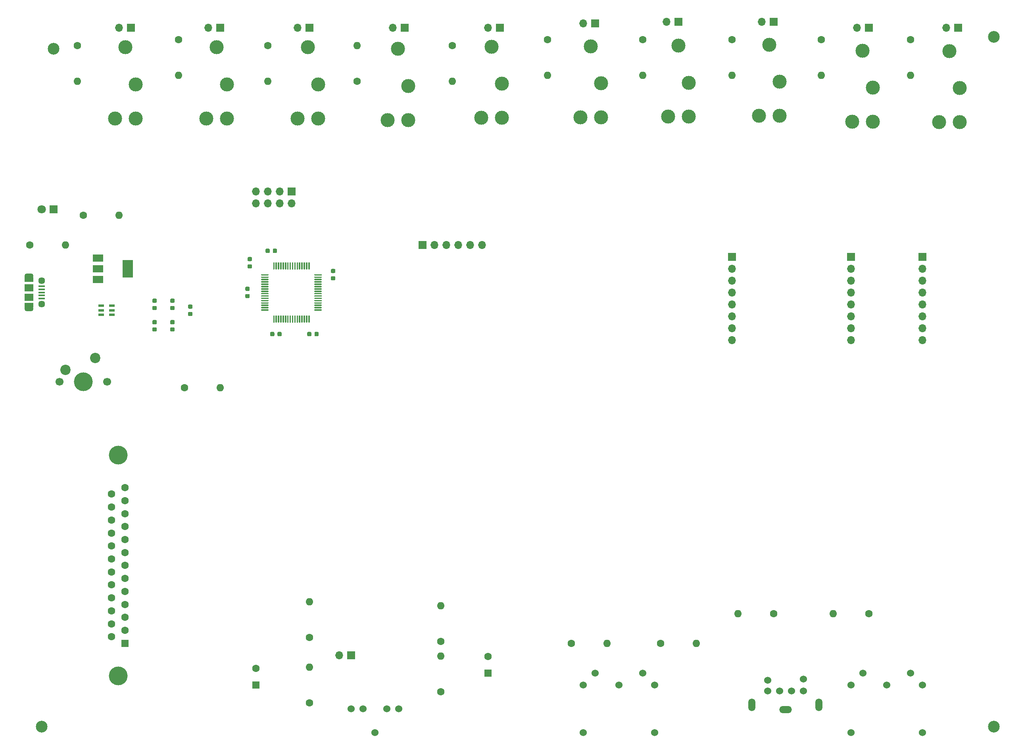
<source format=gts>
%TF.GenerationSoftware,KiCad,Pcbnew,5.1.8-db9833491~87~ubuntu20.04.1*%
%TF.CreationDate,2020-11-28T16:20:25-05:00*%
%TF.ProjectId,DevBoard,44657642-6f61-4726-942e-6b696361645f,V01*%
%TF.SameCoordinates,Original*%
%TF.FileFunction,Soldermask,Top*%
%TF.FilePolarity,Negative*%
%FSLAX46Y46*%
G04 Gerber Fmt 4.6, Leading zero omitted, Abs format (unit mm)*
G04 Created by KiCad (PCBNEW 5.1.8-db9833491~87~ubuntu20.04.1) date 2020-11-28 16:20:25*
%MOMM*%
%LPD*%
G01*
G04 APERTURE LIST*
%ADD10R,1.600000X1.600000*%
%ADD11C,1.600000*%
%ADD12R,1.800000X1.800000*%
%ADD13C,1.800000*%
%ADD14R,1.200000X0.600000*%
%ADD15R,1.700000X1.700000*%
%ADD16O,1.700000X1.700000*%
%ADD17R,0.240000X0.300000*%
%ADD18R,1.900000X1.000000*%
%ADD19O,1.900000X1.100000*%
%ADD20R,1.900000X1.500000*%
%ADD21C,1.450000*%
%ADD22R,1.350000X0.400000*%
%ADD23C,1.524000*%
%ADD24O,1.500000X2.700000*%
%ADD25O,2.700000X1.500000*%
%ADD26C,4.000000*%
%ADD27C,3.000000*%
%ADD28O,1.600000X1.600000*%
%ADD29C,2.200000*%
%ADD30C,1.700000*%
%ADD31R,2.200000X1.500000*%
%ADD32R,2.200000X3.800000*%
%ADD33C,2.500000*%
G04 APERTURE END LIST*
%TO.C,C1*%
G36*
G01*
X61485000Y-72715000D02*
X61985000Y-72715000D01*
G75*
G02*
X62210000Y-72940000I0J-225000D01*
G01*
X62210000Y-73390000D01*
G75*
G02*
X61985000Y-73615000I-225000J0D01*
G01*
X61485000Y-73615000D01*
G75*
G02*
X61260000Y-73390000I0J225000D01*
G01*
X61260000Y-72940000D01*
G75*
G02*
X61485000Y-72715000I225000J0D01*
G01*
G37*
G36*
G01*
X61485000Y-71165000D02*
X61985000Y-71165000D01*
G75*
G02*
X62210000Y-71390000I0J-225000D01*
G01*
X62210000Y-71840000D01*
G75*
G02*
X61985000Y-72065000I-225000J0D01*
G01*
X61485000Y-72065000D01*
G75*
G02*
X61260000Y-71840000I0J225000D01*
G01*
X61260000Y-71390000D01*
G75*
G02*
X61485000Y-71165000I225000J0D01*
G01*
G37*
%TD*%
%TO.C,C2*%
G36*
G01*
X79760000Y-68905000D02*
X80260000Y-68905000D01*
G75*
G02*
X80485000Y-69130000I0J-225000D01*
G01*
X80485000Y-69580000D01*
G75*
G02*
X80260000Y-69805000I-225000J0D01*
G01*
X79760000Y-69805000D01*
G75*
G02*
X79535000Y-69580000I0J225000D01*
G01*
X79535000Y-69130000D01*
G75*
G02*
X79760000Y-68905000I225000J0D01*
G01*
G37*
G36*
G01*
X79760000Y-67355000D02*
X80260000Y-67355000D01*
G75*
G02*
X80485000Y-67580000I0J-225000D01*
G01*
X80485000Y-68030000D01*
G75*
G02*
X80260000Y-68255000I-225000J0D01*
G01*
X79760000Y-68255000D01*
G75*
G02*
X79535000Y-68030000I0J225000D01*
G01*
X79535000Y-67580000D01*
G75*
G02*
X79760000Y-67355000I225000J0D01*
G01*
G37*
%TD*%
%TO.C,C3*%
G36*
G01*
X67480000Y-81030000D02*
X67480000Y-81530000D01*
G75*
G02*
X67255000Y-81755000I-225000J0D01*
G01*
X66805000Y-81755000D01*
G75*
G02*
X66580000Y-81530000I0J225000D01*
G01*
X66580000Y-81030000D01*
G75*
G02*
X66805000Y-80805000I225000J0D01*
G01*
X67255000Y-80805000D01*
G75*
G02*
X67480000Y-81030000I0J-225000D01*
G01*
G37*
G36*
G01*
X69030000Y-81030000D02*
X69030000Y-81530000D01*
G75*
G02*
X68805000Y-81755000I-225000J0D01*
G01*
X68355000Y-81755000D01*
G75*
G02*
X68130000Y-81530000I0J225000D01*
G01*
X68130000Y-81030000D01*
G75*
G02*
X68355000Y-80805000I225000J0D01*
G01*
X68805000Y-80805000D01*
G75*
G02*
X69030000Y-81030000I0J-225000D01*
G01*
G37*
%TD*%
%TO.C,C4*%
G36*
G01*
X65590000Y-63750000D02*
X65590000Y-63250000D01*
G75*
G02*
X65815000Y-63025000I225000J0D01*
G01*
X66265000Y-63025000D01*
G75*
G02*
X66490000Y-63250000I0J-225000D01*
G01*
X66490000Y-63750000D01*
G75*
G02*
X66265000Y-63975000I-225000J0D01*
G01*
X65815000Y-63975000D01*
G75*
G02*
X65590000Y-63750000I0J225000D01*
G01*
G37*
G36*
G01*
X67140000Y-63750000D02*
X67140000Y-63250000D01*
G75*
G02*
X67365000Y-63025000I225000J0D01*
G01*
X67815000Y-63025000D01*
G75*
G02*
X68040000Y-63250000I0J-225000D01*
G01*
X68040000Y-63750000D01*
G75*
G02*
X67815000Y-63975000I-225000J0D01*
G01*
X67365000Y-63975000D01*
G75*
G02*
X67140000Y-63750000I0J225000D01*
G01*
G37*
%TD*%
%TO.C,C5*%
G36*
G01*
X45470000Y-73705000D02*
X45970000Y-73705000D01*
G75*
G02*
X46195000Y-73930000I0J-225000D01*
G01*
X46195000Y-74380000D01*
G75*
G02*
X45970000Y-74605000I-225000J0D01*
G01*
X45470000Y-74605000D01*
G75*
G02*
X45245000Y-74380000I0J225000D01*
G01*
X45245000Y-73930000D01*
G75*
G02*
X45470000Y-73705000I225000J0D01*
G01*
G37*
G36*
G01*
X45470000Y-75255000D02*
X45970000Y-75255000D01*
G75*
G02*
X46195000Y-75480000I0J-225000D01*
G01*
X46195000Y-75930000D01*
G75*
G02*
X45970000Y-76155000I-225000J0D01*
G01*
X45470000Y-76155000D01*
G75*
G02*
X45245000Y-75930000I0J225000D01*
G01*
X45245000Y-75480000D01*
G75*
G02*
X45470000Y-75255000I225000J0D01*
G01*
G37*
%TD*%
%TO.C,C6*%
G36*
G01*
X42160000Y-79190000D02*
X41660000Y-79190000D01*
G75*
G02*
X41435000Y-78965000I0J225000D01*
G01*
X41435000Y-78515000D01*
G75*
G02*
X41660000Y-78290000I225000J0D01*
G01*
X42160000Y-78290000D01*
G75*
G02*
X42385000Y-78515000I0J-225000D01*
G01*
X42385000Y-78965000D01*
G75*
G02*
X42160000Y-79190000I-225000J0D01*
G01*
G37*
G36*
G01*
X42160000Y-80740000D02*
X41660000Y-80740000D01*
G75*
G02*
X41435000Y-80515000I0J225000D01*
G01*
X41435000Y-80065000D01*
G75*
G02*
X41660000Y-79840000I225000J0D01*
G01*
X42160000Y-79840000D01*
G75*
G02*
X42385000Y-80065000I0J-225000D01*
G01*
X42385000Y-80515000D01*
G75*
G02*
X42160000Y-80740000I-225000J0D01*
G01*
G37*
%TD*%
%TO.C,C7*%
G36*
G01*
X76930000Y-81030000D02*
X76930000Y-81530000D01*
G75*
G02*
X76705000Y-81755000I-225000J0D01*
G01*
X76255000Y-81755000D01*
G75*
G02*
X76030000Y-81530000I0J225000D01*
G01*
X76030000Y-81030000D01*
G75*
G02*
X76255000Y-80805000I225000J0D01*
G01*
X76705000Y-80805000D01*
G75*
G02*
X76930000Y-81030000I0J-225000D01*
G01*
G37*
G36*
G01*
X75380000Y-81030000D02*
X75380000Y-81530000D01*
G75*
G02*
X75155000Y-81755000I-225000J0D01*
G01*
X74705000Y-81755000D01*
G75*
G02*
X74480000Y-81530000I0J225000D01*
G01*
X74480000Y-81030000D01*
G75*
G02*
X74705000Y-80805000I225000J0D01*
G01*
X75155000Y-80805000D01*
G75*
G02*
X75380000Y-81030000I0J-225000D01*
G01*
G37*
%TD*%
%TO.C,C8*%
G36*
G01*
X61980000Y-64815000D02*
X62480000Y-64815000D01*
G75*
G02*
X62705000Y-65040000I0J-225000D01*
G01*
X62705000Y-65490000D01*
G75*
G02*
X62480000Y-65715000I-225000J0D01*
G01*
X61980000Y-65715000D01*
G75*
G02*
X61755000Y-65490000I0J225000D01*
G01*
X61755000Y-65040000D01*
G75*
G02*
X61980000Y-64815000I225000J0D01*
G01*
G37*
G36*
G01*
X61980000Y-66365000D02*
X62480000Y-66365000D01*
G75*
G02*
X62705000Y-66590000I0J-225000D01*
G01*
X62705000Y-67040000D01*
G75*
G02*
X62480000Y-67265000I-225000J0D01*
G01*
X61980000Y-67265000D01*
G75*
G02*
X61755000Y-67040000I0J225000D01*
G01*
X61755000Y-66590000D01*
G75*
G02*
X61980000Y-66365000I225000J0D01*
G01*
G37*
%TD*%
%TO.C,C9*%
G36*
G01*
X45970000Y-79190000D02*
X45470000Y-79190000D01*
G75*
G02*
X45245000Y-78965000I0J225000D01*
G01*
X45245000Y-78515000D01*
G75*
G02*
X45470000Y-78290000I225000J0D01*
G01*
X45970000Y-78290000D01*
G75*
G02*
X46195000Y-78515000I0J-225000D01*
G01*
X46195000Y-78965000D01*
G75*
G02*
X45970000Y-79190000I-225000J0D01*
G01*
G37*
G36*
G01*
X45970000Y-80740000D02*
X45470000Y-80740000D01*
G75*
G02*
X45245000Y-80515000I0J225000D01*
G01*
X45245000Y-80065000D01*
G75*
G02*
X45470000Y-79840000I225000J0D01*
G01*
X45970000Y-79840000D01*
G75*
G02*
X46195000Y-80065000I0J-225000D01*
G01*
X46195000Y-80515000D01*
G75*
G02*
X45970000Y-80740000I-225000J0D01*
G01*
G37*
%TD*%
%TO.C,C10*%
G36*
G01*
X41660000Y-73705000D02*
X42160000Y-73705000D01*
G75*
G02*
X42385000Y-73930000I0J-225000D01*
G01*
X42385000Y-74380000D01*
G75*
G02*
X42160000Y-74605000I-225000J0D01*
G01*
X41660000Y-74605000D01*
G75*
G02*
X41435000Y-74380000I0J225000D01*
G01*
X41435000Y-73930000D01*
G75*
G02*
X41660000Y-73705000I225000J0D01*
G01*
G37*
G36*
G01*
X41660000Y-75255000D02*
X42160000Y-75255000D01*
G75*
G02*
X42385000Y-75480000I0J-225000D01*
G01*
X42385000Y-75930000D01*
G75*
G02*
X42160000Y-76155000I-225000J0D01*
G01*
X41660000Y-76155000D01*
G75*
G02*
X41435000Y-75930000I0J225000D01*
G01*
X41435000Y-75480000D01*
G75*
G02*
X41660000Y-75255000I225000J0D01*
G01*
G37*
%TD*%
D10*
%TO.C,C11*%
X113030000Y-153670000D03*
D11*
X113030000Y-150170000D03*
%TD*%
%TO.C,C12*%
X63500000Y-152710000D03*
D10*
X63500000Y-156210000D03*
%TD*%
D12*
%TO.C,D1*%
X20320000Y-54610000D03*
D13*
X17780000Y-54610000D03*
%TD*%
D14*
%TO.C,D2*%
X32780000Y-77150000D03*
X32780000Y-76200000D03*
X32780000Y-75250000D03*
X30480000Y-75250000D03*
X30480000Y-76200000D03*
X30480000Y-77150000D03*
%TD*%
%TO.C,FB1*%
G36*
G01*
X49273750Y-74975000D02*
X49786250Y-74975000D01*
G75*
G02*
X50005000Y-75193750I0J-218750D01*
G01*
X50005000Y-75631250D01*
G75*
G02*
X49786250Y-75850000I-218750J0D01*
G01*
X49273750Y-75850000D01*
G75*
G02*
X49055000Y-75631250I0J218750D01*
G01*
X49055000Y-75193750D01*
G75*
G02*
X49273750Y-74975000I218750J0D01*
G01*
G37*
G36*
G01*
X49273750Y-76550000D02*
X49786250Y-76550000D01*
G75*
G02*
X50005000Y-76768750I0J-218750D01*
G01*
X50005000Y-77206250D01*
G75*
G02*
X49786250Y-77425000I-218750J0D01*
G01*
X49273750Y-77425000D01*
G75*
G02*
X49055000Y-77206250I0J218750D01*
G01*
X49055000Y-76768750D01*
G75*
G02*
X49273750Y-76550000I218750J0D01*
G01*
G37*
%TD*%
D15*
%TO.C,J1*%
X99060000Y-62230000D03*
D16*
X101600000Y-62230000D03*
X104140000Y-62230000D03*
X106680000Y-62230000D03*
X109220000Y-62230000D03*
X111760000Y-62230000D03*
%TD*%
D17*
%TO.C,J2*%
X15910000Y-75720000D03*
X14250000Y-75720000D03*
X14250000Y-69060000D03*
D18*
X15080000Y-75140000D03*
X15080000Y-69640000D03*
D19*
X15080000Y-68890000D03*
D20*
X15080000Y-73390000D03*
D21*
X17780000Y-74890000D03*
X17780000Y-69890000D03*
D22*
X17780000Y-71090000D03*
X17780000Y-71740000D03*
X17780000Y-72390000D03*
X17780000Y-73040000D03*
X17780000Y-73690000D03*
D20*
X15080000Y-71390000D03*
D19*
X15080000Y-75890000D03*
D17*
X15910000Y-69060000D03*
%TD*%
D15*
%TO.C,J3*%
X71120000Y-50800000D03*
D16*
X71120000Y-53340000D03*
X68580000Y-50800000D03*
X68580000Y-53340000D03*
X66040000Y-50800000D03*
X66040000Y-53340000D03*
X63500000Y-50800000D03*
X63500000Y-53340000D03*
%TD*%
D23*
%TO.C,J4*%
X140970000Y-156210000D03*
X135890000Y-153670000D03*
X133350000Y-156210000D03*
X146050000Y-153670000D03*
X148590000Y-156210000D03*
X133350000Y-166370000D03*
X148590000Y-166370000D03*
%TD*%
%TO.C,J5*%
X205740000Y-166370000D03*
X190500000Y-166370000D03*
X205740000Y-156210000D03*
X203200000Y-153670000D03*
X190500000Y-156210000D03*
X193040000Y-153670000D03*
X198120000Y-156210000D03*
%TD*%
%TO.C,J6*%
X180340000Y-154940000D03*
X180340000Y-157480000D03*
X177800000Y-157480000D03*
X172720000Y-157480000D03*
X172720000Y-155194000D03*
X175260000Y-157480000D03*
D24*
X183655000Y-160508000D03*
X169405000Y-160508000D03*
D25*
X176530000Y-161508000D03*
%TD*%
D15*
%TO.C,J7*%
X205740000Y-64770000D03*
D16*
X205740000Y-67310000D03*
X205740000Y-69850000D03*
X205740000Y-72390000D03*
X205740000Y-74930000D03*
X205740000Y-77470000D03*
X205740000Y-80010000D03*
X205740000Y-82550000D03*
%TD*%
%TO.C,J8*%
X190500000Y-82550000D03*
X190500000Y-80010000D03*
X190500000Y-77470000D03*
X190500000Y-74930000D03*
X190500000Y-72390000D03*
X190500000Y-69850000D03*
X190500000Y-67310000D03*
D15*
X190500000Y-64770000D03*
%TD*%
%TO.C,J9*%
X165100000Y-64770000D03*
D16*
X165100000Y-67310000D03*
X165100000Y-69850000D03*
X165100000Y-72390000D03*
X165100000Y-74930000D03*
X165100000Y-77470000D03*
X165100000Y-80010000D03*
X165100000Y-82550000D03*
%TD*%
D10*
%TO.C,J10*%
X35560000Y-147320000D03*
D11*
X35560000Y-144550000D03*
X35560000Y-141780000D03*
X35560000Y-139010000D03*
X35560000Y-136240000D03*
X35560000Y-133470000D03*
X35560000Y-130700000D03*
X35560000Y-127930000D03*
X35560000Y-125160000D03*
X35560000Y-122390000D03*
X35560000Y-119620000D03*
X35560000Y-116850000D03*
X35560000Y-114080000D03*
X32720000Y-145935000D03*
X32720000Y-143165000D03*
X32720000Y-140395000D03*
X32720000Y-137625000D03*
X32720000Y-134855000D03*
X32720000Y-132085000D03*
X32720000Y-129315000D03*
X32720000Y-126545000D03*
X32720000Y-123775000D03*
X32720000Y-121005000D03*
X32720000Y-118235000D03*
X32720000Y-115465000D03*
D26*
X34140000Y-107150000D03*
X34140000Y-154250000D03*
%TD*%
D16*
%TO.C,J11*%
X81280000Y-149860000D03*
D15*
X83820000Y-149860000D03*
%TD*%
D23*
%TO.C,J12*%
X93980000Y-161290000D03*
X91440000Y-161290000D03*
X86360000Y-161290000D03*
X83820000Y-161290000D03*
X88900000Y-166370000D03*
%TD*%
D27*
%TO.C,J13*%
X55150001Y-20045001D03*
X57350001Y-27970001D03*
X57350001Y-35220001D03*
X52950001Y-35220001D03*
%TD*%
D16*
%TO.C,J14*%
X53340000Y-15875000D03*
D15*
X55880000Y-15875000D03*
%TD*%
D27*
%TO.C,J15*%
X211550001Y-20825001D03*
X213750001Y-28750001D03*
X213750001Y-36000001D03*
X209350001Y-36000001D03*
%TD*%
D15*
%TO.C,J16*%
X213360000Y-15875000D03*
D16*
X210820000Y-15875000D03*
%TD*%
D27*
%TO.C,J17*%
X190820001Y-35910001D03*
X195220001Y-35910001D03*
X195220001Y-28660001D03*
X193020001Y-20735001D03*
%TD*%
D15*
%TO.C,J18*%
X194310000Y-15875000D03*
D16*
X191770000Y-15875000D03*
%TD*%
D27*
%TO.C,J19*%
X33500001Y-35220001D03*
X37900001Y-35220001D03*
X37900001Y-27970001D03*
X35700001Y-20045001D03*
%TD*%
D15*
%TO.C,J20*%
X36830000Y-15875000D03*
D16*
X34290000Y-15875000D03*
%TD*%
D27*
%TO.C,J21*%
X151470000Y-34860000D03*
X155870000Y-34860000D03*
X155870000Y-27610000D03*
X153670000Y-19685000D03*
%TD*%
D15*
%TO.C,J22*%
X153670000Y-14605000D03*
D16*
X151130000Y-14605000D03*
%TD*%
D27*
%TO.C,J23*%
X173100001Y-19465001D03*
X175300001Y-27390001D03*
X175300001Y-34640001D03*
X170900001Y-34640001D03*
%TD*%
D15*
%TO.C,J24*%
X173990000Y-14605000D03*
D16*
X171450000Y-14605000D03*
%TD*%
D27*
%TO.C,J25*%
X91640001Y-35550001D03*
X96040001Y-35550001D03*
X96040001Y-28300001D03*
X93840001Y-20375001D03*
%TD*%
D15*
%TO.C,J26*%
X95250000Y-15875000D03*
D16*
X92710000Y-15875000D03*
%TD*%
D27*
%TO.C,J27*%
X74600001Y-20045001D03*
X76800001Y-27970001D03*
X76800001Y-35220001D03*
X72400001Y-35220001D03*
%TD*%
D16*
%TO.C,J28*%
X72390000Y-15875000D03*
D15*
X74930000Y-15875000D03*
%TD*%
D27*
%TO.C,J29*%
X132800001Y-34970001D03*
X137200001Y-34970001D03*
X137200001Y-27720001D03*
X135000001Y-19795001D03*
%TD*%
D16*
%TO.C,J30*%
X133350000Y-14910001D03*
D15*
X135890000Y-14910001D03*
%TD*%
D27*
%TO.C,J31*%
X113810001Y-19885001D03*
X116010001Y-27810001D03*
X116010001Y-35060001D03*
X111610001Y-35060001D03*
%TD*%
D16*
%TO.C,J32*%
X113030000Y-15875000D03*
D15*
X115570000Y-15875000D03*
%TD*%
D11*
%TO.C,R1*%
X48260000Y-92710000D03*
D28*
X55880000Y-92710000D03*
%TD*%
%TO.C,R2*%
X34290000Y-55880000D03*
D11*
X26670000Y-55880000D03*
%TD*%
%TO.C,R3*%
X15240000Y-62230000D03*
D28*
X22860000Y-62230000D03*
%TD*%
D11*
%TO.C,R4*%
X130810000Y-147320000D03*
D28*
X138430000Y-147320000D03*
%TD*%
D11*
%TO.C,R5*%
X149860000Y-147320000D03*
D28*
X157480000Y-147320000D03*
%TD*%
%TO.C,R6*%
X186690000Y-140970000D03*
D11*
X194310000Y-140970000D03*
%TD*%
%TO.C,R7*%
X173990000Y-140970000D03*
D28*
X166370000Y-140970000D03*
%TD*%
%TO.C,R8*%
X103015001Y-139304999D03*
D11*
X103015001Y-146924999D03*
%TD*%
D28*
%TO.C,R9*%
X74930000Y-138430000D03*
D11*
X74930000Y-146050000D03*
%TD*%
%TO.C,R10*%
X103015001Y-157694999D03*
D28*
X103015001Y-150074999D03*
%TD*%
D11*
%TO.C,R11*%
X74930000Y-160020000D03*
D28*
X74930000Y-152400000D03*
%TD*%
%TO.C,R12*%
X46990000Y-26035000D03*
D11*
X46990000Y-18415000D03*
%TD*%
%TO.C,R13*%
X203200000Y-18415000D03*
D28*
X203200000Y-26035000D03*
%TD*%
%TO.C,R14*%
X184150000Y-26035000D03*
D11*
X184150000Y-18415000D03*
%TD*%
%TO.C,R15*%
X25400000Y-19685000D03*
D28*
X25400000Y-27305000D03*
%TD*%
%TO.C,R16*%
X146050000Y-26035000D03*
D11*
X146050000Y-18415000D03*
%TD*%
%TO.C,R17*%
X165100000Y-18415000D03*
D28*
X165100000Y-26035000D03*
%TD*%
%TO.C,R18*%
X85090000Y-19685000D03*
D11*
X85090000Y-27305000D03*
%TD*%
%TO.C,R19*%
X66040000Y-19685000D03*
D28*
X66040000Y-27305000D03*
%TD*%
%TO.C,R20*%
X125730000Y-26035000D03*
D11*
X125730000Y-18415000D03*
%TD*%
D28*
%TO.C,R21*%
X105410000Y-27305000D03*
D11*
X105410000Y-19685000D03*
%TD*%
D29*
%TO.C,SW1*%
X29210000Y-86360000D03*
X22860000Y-88900000D03*
D26*
X26670000Y-91440000D03*
D30*
X21590000Y-91440000D03*
X31750000Y-91440000D03*
%TD*%
%TO.C,U1*%
G36*
G01*
X64670000Y-68715000D02*
X64670000Y-68565000D01*
G75*
G02*
X64745000Y-68490000I75000J0D01*
G01*
X66145000Y-68490000D01*
G75*
G02*
X66220000Y-68565000I0J-75000D01*
G01*
X66220000Y-68715000D01*
G75*
G02*
X66145000Y-68790000I-75000J0D01*
G01*
X64745000Y-68790000D01*
G75*
G02*
X64670000Y-68715000I0J75000D01*
G01*
G37*
G36*
G01*
X64670000Y-69215000D02*
X64670000Y-69065000D01*
G75*
G02*
X64745000Y-68990000I75000J0D01*
G01*
X66145000Y-68990000D01*
G75*
G02*
X66220000Y-69065000I0J-75000D01*
G01*
X66220000Y-69215000D01*
G75*
G02*
X66145000Y-69290000I-75000J0D01*
G01*
X64745000Y-69290000D01*
G75*
G02*
X64670000Y-69215000I0J75000D01*
G01*
G37*
G36*
G01*
X64670000Y-69715000D02*
X64670000Y-69565000D01*
G75*
G02*
X64745000Y-69490000I75000J0D01*
G01*
X66145000Y-69490000D01*
G75*
G02*
X66220000Y-69565000I0J-75000D01*
G01*
X66220000Y-69715000D01*
G75*
G02*
X66145000Y-69790000I-75000J0D01*
G01*
X64745000Y-69790000D01*
G75*
G02*
X64670000Y-69715000I0J75000D01*
G01*
G37*
G36*
G01*
X64670000Y-70215000D02*
X64670000Y-70065000D01*
G75*
G02*
X64745000Y-69990000I75000J0D01*
G01*
X66145000Y-69990000D01*
G75*
G02*
X66220000Y-70065000I0J-75000D01*
G01*
X66220000Y-70215000D01*
G75*
G02*
X66145000Y-70290000I-75000J0D01*
G01*
X64745000Y-70290000D01*
G75*
G02*
X64670000Y-70215000I0J75000D01*
G01*
G37*
G36*
G01*
X64670000Y-70715000D02*
X64670000Y-70565000D01*
G75*
G02*
X64745000Y-70490000I75000J0D01*
G01*
X66145000Y-70490000D01*
G75*
G02*
X66220000Y-70565000I0J-75000D01*
G01*
X66220000Y-70715000D01*
G75*
G02*
X66145000Y-70790000I-75000J0D01*
G01*
X64745000Y-70790000D01*
G75*
G02*
X64670000Y-70715000I0J75000D01*
G01*
G37*
G36*
G01*
X64670000Y-71215000D02*
X64670000Y-71065000D01*
G75*
G02*
X64745000Y-70990000I75000J0D01*
G01*
X66145000Y-70990000D01*
G75*
G02*
X66220000Y-71065000I0J-75000D01*
G01*
X66220000Y-71215000D01*
G75*
G02*
X66145000Y-71290000I-75000J0D01*
G01*
X64745000Y-71290000D01*
G75*
G02*
X64670000Y-71215000I0J75000D01*
G01*
G37*
G36*
G01*
X64670000Y-71715000D02*
X64670000Y-71565000D01*
G75*
G02*
X64745000Y-71490000I75000J0D01*
G01*
X66145000Y-71490000D01*
G75*
G02*
X66220000Y-71565000I0J-75000D01*
G01*
X66220000Y-71715000D01*
G75*
G02*
X66145000Y-71790000I-75000J0D01*
G01*
X64745000Y-71790000D01*
G75*
G02*
X64670000Y-71715000I0J75000D01*
G01*
G37*
G36*
G01*
X64670000Y-72215000D02*
X64670000Y-72065000D01*
G75*
G02*
X64745000Y-71990000I75000J0D01*
G01*
X66145000Y-71990000D01*
G75*
G02*
X66220000Y-72065000I0J-75000D01*
G01*
X66220000Y-72215000D01*
G75*
G02*
X66145000Y-72290000I-75000J0D01*
G01*
X64745000Y-72290000D01*
G75*
G02*
X64670000Y-72215000I0J75000D01*
G01*
G37*
G36*
G01*
X64670000Y-72715000D02*
X64670000Y-72565000D01*
G75*
G02*
X64745000Y-72490000I75000J0D01*
G01*
X66145000Y-72490000D01*
G75*
G02*
X66220000Y-72565000I0J-75000D01*
G01*
X66220000Y-72715000D01*
G75*
G02*
X66145000Y-72790000I-75000J0D01*
G01*
X64745000Y-72790000D01*
G75*
G02*
X64670000Y-72715000I0J75000D01*
G01*
G37*
G36*
G01*
X64670000Y-73215000D02*
X64670000Y-73065000D01*
G75*
G02*
X64745000Y-72990000I75000J0D01*
G01*
X66145000Y-72990000D01*
G75*
G02*
X66220000Y-73065000I0J-75000D01*
G01*
X66220000Y-73215000D01*
G75*
G02*
X66145000Y-73290000I-75000J0D01*
G01*
X64745000Y-73290000D01*
G75*
G02*
X64670000Y-73215000I0J75000D01*
G01*
G37*
G36*
G01*
X64670000Y-73715000D02*
X64670000Y-73565000D01*
G75*
G02*
X64745000Y-73490000I75000J0D01*
G01*
X66145000Y-73490000D01*
G75*
G02*
X66220000Y-73565000I0J-75000D01*
G01*
X66220000Y-73715000D01*
G75*
G02*
X66145000Y-73790000I-75000J0D01*
G01*
X64745000Y-73790000D01*
G75*
G02*
X64670000Y-73715000I0J75000D01*
G01*
G37*
G36*
G01*
X64670000Y-74215000D02*
X64670000Y-74065000D01*
G75*
G02*
X64745000Y-73990000I75000J0D01*
G01*
X66145000Y-73990000D01*
G75*
G02*
X66220000Y-74065000I0J-75000D01*
G01*
X66220000Y-74215000D01*
G75*
G02*
X66145000Y-74290000I-75000J0D01*
G01*
X64745000Y-74290000D01*
G75*
G02*
X64670000Y-74215000I0J75000D01*
G01*
G37*
G36*
G01*
X64670000Y-74715000D02*
X64670000Y-74565000D01*
G75*
G02*
X64745000Y-74490000I75000J0D01*
G01*
X66145000Y-74490000D01*
G75*
G02*
X66220000Y-74565000I0J-75000D01*
G01*
X66220000Y-74715000D01*
G75*
G02*
X66145000Y-74790000I-75000J0D01*
G01*
X64745000Y-74790000D01*
G75*
G02*
X64670000Y-74715000I0J75000D01*
G01*
G37*
G36*
G01*
X64670000Y-75215000D02*
X64670000Y-75065000D01*
G75*
G02*
X64745000Y-74990000I75000J0D01*
G01*
X66145000Y-74990000D01*
G75*
G02*
X66220000Y-75065000I0J-75000D01*
G01*
X66220000Y-75215000D01*
G75*
G02*
X66145000Y-75290000I-75000J0D01*
G01*
X64745000Y-75290000D01*
G75*
G02*
X64670000Y-75215000I0J75000D01*
G01*
G37*
G36*
G01*
X64670000Y-75715000D02*
X64670000Y-75565000D01*
G75*
G02*
X64745000Y-75490000I75000J0D01*
G01*
X66145000Y-75490000D01*
G75*
G02*
X66220000Y-75565000I0J-75000D01*
G01*
X66220000Y-75715000D01*
G75*
G02*
X66145000Y-75790000I-75000J0D01*
G01*
X64745000Y-75790000D01*
G75*
G02*
X64670000Y-75715000I0J75000D01*
G01*
G37*
G36*
G01*
X64670000Y-76215000D02*
X64670000Y-76065000D01*
G75*
G02*
X64745000Y-75990000I75000J0D01*
G01*
X66145000Y-75990000D01*
G75*
G02*
X66220000Y-76065000I0J-75000D01*
G01*
X66220000Y-76215000D01*
G75*
G02*
X66145000Y-76290000I-75000J0D01*
G01*
X64745000Y-76290000D01*
G75*
G02*
X64670000Y-76215000I0J75000D01*
G01*
G37*
G36*
G01*
X67220000Y-78765000D02*
X67220000Y-77365000D01*
G75*
G02*
X67295000Y-77290000I75000J0D01*
G01*
X67445000Y-77290000D01*
G75*
G02*
X67520000Y-77365000I0J-75000D01*
G01*
X67520000Y-78765000D01*
G75*
G02*
X67445000Y-78840000I-75000J0D01*
G01*
X67295000Y-78840000D01*
G75*
G02*
X67220000Y-78765000I0J75000D01*
G01*
G37*
G36*
G01*
X67720000Y-78765000D02*
X67720000Y-77365000D01*
G75*
G02*
X67795000Y-77290000I75000J0D01*
G01*
X67945000Y-77290000D01*
G75*
G02*
X68020000Y-77365000I0J-75000D01*
G01*
X68020000Y-78765000D01*
G75*
G02*
X67945000Y-78840000I-75000J0D01*
G01*
X67795000Y-78840000D01*
G75*
G02*
X67720000Y-78765000I0J75000D01*
G01*
G37*
G36*
G01*
X68220000Y-78765000D02*
X68220000Y-77365000D01*
G75*
G02*
X68295000Y-77290000I75000J0D01*
G01*
X68445000Y-77290000D01*
G75*
G02*
X68520000Y-77365000I0J-75000D01*
G01*
X68520000Y-78765000D01*
G75*
G02*
X68445000Y-78840000I-75000J0D01*
G01*
X68295000Y-78840000D01*
G75*
G02*
X68220000Y-78765000I0J75000D01*
G01*
G37*
G36*
G01*
X68720000Y-78765000D02*
X68720000Y-77365000D01*
G75*
G02*
X68795000Y-77290000I75000J0D01*
G01*
X68945000Y-77290000D01*
G75*
G02*
X69020000Y-77365000I0J-75000D01*
G01*
X69020000Y-78765000D01*
G75*
G02*
X68945000Y-78840000I-75000J0D01*
G01*
X68795000Y-78840000D01*
G75*
G02*
X68720000Y-78765000I0J75000D01*
G01*
G37*
G36*
G01*
X69220000Y-78765000D02*
X69220000Y-77365000D01*
G75*
G02*
X69295000Y-77290000I75000J0D01*
G01*
X69445000Y-77290000D01*
G75*
G02*
X69520000Y-77365000I0J-75000D01*
G01*
X69520000Y-78765000D01*
G75*
G02*
X69445000Y-78840000I-75000J0D01*
G01*
X69295000Y-78840000D01*
G75*
G02*
X69220000Y-78765000I0J75000D01*
G01*
G37*
G36*
G01*
X69720000Y-78765000D02*
X69720000Y-77365000D01*
G75*
G02*
X69795000Y-77290000I75000J0D01*
G01*
X69945000Y-77290000D01*
G75*
G02*
X70020000Y-77365000I0J-75000D01*
G01*
X70020000Y-78765000D01*
G75*
G02*
X69945000Y-78840000I-75000J0D01*
G01*
X69795000Y-78840000D01*
G75*
G02*
X69720000Y-78765000I0J75000D01*
G01*
G37*
G36*
G01*
X70220000Y-78765000D02*
X70220000Y-77365000D01*
G75*
G02*
X70295000Y-77290000I75000J0D01*
G01*
X70445000Y-77290000D01*
G75*
G02*
X70520000Y-77365000I0J-75000D01*
G01*
X70520000Y-78765000D01*
G75*
G02*
X70445000Y-78840000I-75000J0D01*
G01*
X70295000Y-78840000D01*
G75*
G02*
X70220000Y-78765000I0J75000D01*
G01*
G37*
G36*
G01*
X70720000Y-78765000D02*
X70720000Y-77365000D01*
G75*
G02*
X70795000Y-77290000I75000J0D01*
G01*
X70945000Y-77290000D01*
G75*
G02*
X71020000Y-77365000I0J-75000D01*
G01*
X71020000Y-78765000D01*
G75*
G02*
X70945000Y-78840000I-75000J0D01*
G01*
X70795000Y-78840000D01*
G75*
G02*
X70720000Y-78765000I0J75000D01*
G01*
G37*
G36*
G01*
X71220000Y-78765000D02*
X71220000Y-77365000D01*
G75*
G02*
X71295000Y-77290000I75000J0D01*
G01*
X71445000Y-77290000D01*
G75*
G02*
X71520000Y-77365000I0J-75000D01*
G01*
X71520000Y-78765000D01*
G75*
G02*
X71445000Y-78840000I-75000J0D01*
G01*
X71295000Y-78840000D01*
G75*
G02*
X71220000Y-78765000I0J75000D01*
G01*
G37*
G36*
G01*
X71720000Y-78765000D02*
X71720000Y-77365000D01*
G75*
G02*
X71795000Y-77290000I75000J0D01*
G01*
X71945000Y-77290000D01*
G75*
G02*
X72020000Y-77365000I0J-75000D01*
G01*
X72020000Y-78765000D01*
G75*
G02*
X71945000Y-78840000I-75000J0D01*
G01*
X71795000Y-78840000D01*
G75*
G02*
X71720000Y-78765000I0J75000D01*
G01*
G37*
G36*
G01*
X72220000Y-78765000D02*
X72220000Y-77365000D01*
G75*
G02*
X72295000Y-77290000I75000J0D01*
G01*
X72445000Y-77290000D01*
G75*
G02*
X72520000Y-77365000I0J-75000D01*
G01*
X72520000Y-78765000D01*
G75*
G02*
X72445000Y-78840000I-75000J0D01*
G01*
X72295000Y-78840000D01*
G75*
G02*
X72220000Y-78765000I0J75000D01*
G01*
G37*
G36*
G01*
X72720000Y-78765000D02*
X72720000Y-77365000D01*
G75*
G02*
X72795000Y-77290000I75000J0D01*
G01*
X72945000Y-77290000D01*
G75*
G02*
X73020000Y-77365000I0J-75000D01*
G01*
X73020000Y-78765000D01*
G75*
G02*
X72945000Y-78840000I-75000J0D01*
G01*
X72795000Y-78840000D01*
G75*
G02*
X72720000Y-78765000I0J75000D01*
G01*
G37*
G36*
G01*
X73220000Y-78765000D02*
X73220000Y-77365000D01*
G75*
G02*
X73295000Y-77290000I75000J0D01*
G01*
X73445000Y-77290000D01*
G75*
G02*
X73520000Y-77365000I0J-75000D01*
G01*
X73520000Y-78765000D01*
G75*
G02*
X73445000Y-78840000I-75000J0D01*
G01*
X73295000Y-78840000D01*
G75*
G02*
X73220000Y-78765000I0J75000D01*
G01*
G37*
G36*
G01*
X73720000Y-78765000D02*
X73720000Y-77365000D01*
G75*
G02*
X73795000Y-77290000I75000J0D01*
G01*
X73945000Y-77290000D01*
G75*
G02*
X74020000Y-77365000I0J-75000D01*
G01*
X74020000Y-78765000D01*
G75*
G02*
X73945000Y-78840000I-75000J0D01*
G01*
X73795000Y-78840000D01*
G75*
G02*
X73720000Y-78765000I0J75000D01*
G01*
G37*
G36*
G01*
X74220000Y-78765000D02*
X74220000Y-77365000D01*
G75*
G02*
X74295000Y-77290000I75000J0D01*
G01*
X74445000Y-77290000D01*
G75*
G02*
X74520000Y-77365000I0J-75000D01*
G01*
X74520000Y-78765000D01*
G75*
G02*
X74445000Y-78840000I-75000J0D01*
G01*
X74295000Y-78840000D01*
G75*
G02*
X74220000Y-78765000I0J75000D01*
G01*
G37*
G36*
G01*
X74720000Y-78765000D02*
X74720000Y-77365000D01*
G75*
G02*
X74795000Y-77290000I75000J0D01*
G01*
X74945000Y-77290000D01*
G75*
G02*
X75020000Y-77365000I0J-75000D01*
G01*
X75020000Y-78765000D01*
G75*
G02*
X74945000Y-78840000I-75000J0D01*
G01*
X74795000Y-78840000D01*
G75*
G02*
X74720000Y-78765000I0J75000D01*
G01*
G37*
G36*
G01*
X76020000Y-76215000D02*
X76020000Y-76065000D01*
G75*
G02*
X76095000Y-75990000I75000J0D01*
G01*
X77495000Y-75990000D01*
G75*
G02*
X77570000Y-76065000I0J-75000D01*
G01*
X77570000Y-76215000D01*
G75*
G02*
X77495000Y-76290000I-75000J0D01*
G01*
X76095000Y-76290000D01*
G75*
G02*
X76020000Y-76215000I0J75000D01*
G01*
G37*
G36*
G01*
X76020000Y-75715000D02*
X76020000Y-75565000D01*
G75*
G02*
X76095000Y-75490000I75000J0D01*
G01*
X77495000Y-75490000D01*
G75*
G02*
X77570000Y-75565000I0J-75000D01*
G01*
X77570000Y-75715000D01*
G75*
G02*
X77495000Y-75790000I-75000J0D01*
G01*
X76095000Y-75790000D01*
G75*
G02*
X76020000Y-75715000I0J75000D01*
G01*
G37*
G36*
G01*
X76020000Y-75215000D02*
X76020000Y-75065000D01*
G75*
G02*
X76095000Y-74990000I75000J0D01*
G01*
X77495000Y-74990000D01*
G75*
G02*
X77570000Y-75065000I0J-75000D01*
G01*
X77570000Y-75215000D01*
G75*
G02*
X77495000Y-75290000I-75000J0D01*
G01*
X76095000Y-75290000D01*
G75*
G02*
X76020000Y-75215000I0J75000D01*
G01*
G37*
G36*
G01*
X76020000Y-74715000D02*
X76020000Y-74565000D01*
G75*
G02*
X76095000Y-74490000I75000J0D01*
G01*
X77495000Y-74490000D01*
G75*
G02*
X77570000Y-74565000I0J-75000D01*
G01*
X77570000Y-74715000D01*
G75*
G02*
X77495000Y-74790000I-75000J0D01*
G01*
X76095000Y-74790000D01*
G75*
G02*
X76020000Y-74715000I0J75000D01*
G01*
G37*
G36*
G01*
X76020000Y-74215000D02*
X76020000Y-74065000D01*
G75*
G02*
X76095000Y-73990000I75000J0D01*
G01*
X77495000Y-73990000D01*
G75*
G02*
X77570000Y-74065000I0J-75000D01*
G01*
X77570000Y-74215000D01*
G75*
G02*
X77495000Y-74290000I-75000J0D01*
G01*
X76095000Y-74290000D01*
G75*
G02*
X76020000Y-74215000I0J75000D01*
G01*
G37*
G36*
G01*
X76020000Y-73715000D02*
X76020000Y-73565000D01*
G75*
G02*
X76095000Y-73490000I75000J0D01*
G01*
X77495000Y-73490000D01*
G75*
G02*
X77570000Y-73565000I0J-75000D01*
G01*
X77570000Y-73715000D01*
G75*
G02*
X77495000Y-73790000I-75000J0D01*
G01*
X76095000Y-73790000D01*
G75*
G02*
X76020000Y-73715000I0J75000D01*
G01*
G37*
G36*
G01*
X76020000Y-73215000D02*
X76020000Y-73065000D01*
G75*
G02*
X76095000Y-72990000I75000J0D01*
G01*
X77495000Y-72990000D01*
G75*
G02*
X77570000Y-73065000I0J-75000D01*
G01*
X77570000Y-73215000D01*
G75*
G02*
X77495000Y-73290000I-75000J0D01*
G01*
X76095000Y-73290000D01*
G75*
G02*
X76020000Y-73215000I0J75000D01*
G01*
G37*
G36*
G01*
X76020000Y-72715000D02*
X76020000Y-72565000D01*
G75*
G02*
X76095000Y-72490000I75000J0D01*
G01*
X77495000Y-72490000D01*
G75*
G02*
X77570000Y-72565000I0J-75000D01*
G01*
X77570000Y-72715000D01*
G75*
G02*
X77495000Y-72790000I-75000J0D01*
G01*
X76095000Y-72790000D01*
G75*
G02*
X76020000Y-72715000I0J75000D01*
G01*
G37*
G36*
G01*
X76020000Y-72215000D02*
X76020000Y-72065000D01*
G75*
G02*
X76095000Y-71990000I75000J0D01*
G01*
X77495000Y-71990000D01*
G75*
G02*
X77570000Y-72065000I0J-75000D01*
G01*
X77570000Y-72215000D01*
G75*
G02*
X77495000Y-72290000I-75000J0D01*
G01*
X76095000Y-72290000D01*
G75*
G02*
X76020000Y-72215000I0J75000D01*
G01*
G37*
G36*
G01*
X76020000Y-71715000D02*
X76020000Y-71565000D01*
G75*
G02*
X76095000Y-71490000I75000J0D01*
G01*
X77495000Y-71490000D01*
G75*
G02*
X77570000Y-71565000I0J-75000D01*
G01*
X77570000Y-71715000D01*
G75*
G02*
X77495000Y-71790000I-75000J0D01*
G01*
X76095000Y-71790000D01*
G75*
G02*
X76020000Y-71715000I0J75000D01*
G01*
G37*
G36*
G01*
X76020000Y-71215000D02*
X76020000Y-71065000D01*
G75*
G02*
X76095000Y-70990000I75000J0D01*
G01*
X77495000Y-70990000D01*
G75*
G02*
X77570000Y-71065000I0J-75000D01*
G01*
X77570000Y-71215000D01*
G75*
G02*
X77495000Y-71290000I-75000J0D01*
G01*
X76095000Y-71290000D01*
G75*
G02*
X76020000Y-71215000I0J75000D01*
G01*
G37*
G36*
G01*
X76020000Y-70715000D02*
X76020000Y-70565000D01*
G75*
G02*
X76095000Y-70490000I75000J0D01*
G01*
X77495000Y-70490000D01*
G75*
G02*
X77570000Y-70565000I0J-75000D01*
G01*
X77570000Y-70715000D01*
G75*
G02*
X77495000Y-70790000I-75000J0D01*
G01*
X76095000Y-70790000D01*
G75*
G02*
X76020000Y-70715000I0J75000D01*
G01*
G37*
G36*
G01*
X76020000Y-70215000D02*
X76020000Y-70065000D01*
G75*
G02*
X76095000Y-69990000I75000J0D01*
G01*
X77495000Y-69990000D01*
G75*
G02*
X77570000Y-70065000I0J-75000D01*
G01*
X77570000Y-70215000D01*
G75*
G02*
X77495000Y-70290000I-75000J0D01*
G01*
X76095000Y-70290000D01*
G75*
G02*
X76020000Y-70215000I0J75000D01*
G01*
G37*
G36*
G01*
X76020000Y-69715000D02*
X76020000Y-69565000D01*
G75*
G02*
X76095000Y-69490000I75000J0D01*
G01*
X77495000Y-69490000D01*
G75*
G02*
X77570000Y-69565000I0J-75000D01*
G01*
X77570000Y-69715000D01*
G75*
G02*
X77495000Y-69790000I-75000J0D01*
G01*
X76095000Y-69790000D01*
G75*
G02*
X76020000Y-69715000I0J75000D01*
G01*
G37*
G36*
G01*
X76020000Y-69215000D02*
X76020000Y-69065000D01*
G75*
G02*
X76095000Y-68990000I75000J0D01*
G01*
X77495000Y-68990000D01*
G75*
G02*
X77570000Y-69065000I0J-75000D01*
G01*
X77570000Y-69215000D01*
G75*
G02*
X77495000Y-69290000I-75000J0D01*
G01*
X76095000Y-69290000D01*
G75*
G02*
X76020000Y-69215000I0J75000D01*
G01*
G37*
G36*
G01*
X76020000Y-68715000D02*
X76020000Y-68565000D01*
G75*
G02*
X76095000Y-68490000I75000J0D01*
G01*
X77495000Y-68490000D01*
G75*
G02*
X77570000Y-68565000I0J-75000D01*
G01*
X77570000Y-68715000D01*
G75*
G02*
X77495000Y-68790000I-75000J0D01*
G01*
X76095000Y-68790000D01*
G75*
G02*
X76020000Y-68715000I0J75000D01*
G01*
G37*
G36*
G01*
X74720000Y-67415000D02*
X74720000Y-66015000D01*
G75*
G02*
X74795000Y-65940000I75000J0D01*
G01*
X74945000Y-65940000D01*
G75*
G02*
X75020000Y-66015000I0J-75000D01*
G01*
X75020000Y-67415000D01*
G75*
G02*
X74945000Y-67490000I-75000J0D01*
G01*
X74795000Y-67490000D01*
G75*
G02*
X74720000Y-67415000I0J75000D01*
G01*
G37*
G36*
G01*
X74220000Y-67415000D02*
X74220000Y-66015000D01*
G75*
G02*
X74295000Y-65940000I75000J0D01*
G01*
X74445000Y-65940000D01*
G75*
G02*
X74520000Y-66015000I0J-75000D01*
G01*
X74520000Y-67415000D01*
G75*
G02*
X74445000Y-67490000I-75000J0D01*
G01*
X74295000Y-67490000D01*
G75*
G02*
X74220000Y-67415000I0J75000D01*
G01*
G37*
G36*
G01*
X73720000Y-67415000D02*
X73720000Y-66015000D01*
G75*
G02*
X73795000Y-65940000I75000J0D01*
G01*
X73945000Y-65940000D01*
G75*
G02*
X74020000Y-66015000I0J-75000D01*
G01*
X74020000Y-67415000D01*
G75*
G02*
X73945000Y-67490000I-75000J0D01*
G01*
X73795000Y-67490000D01*
G75*
G02*
X73720000Y-67415000I0J75000D01*
G01*
G37*
G36*
G01*
X73220000Y-67415000D02*
X73220000Y-66015000D01*
G75*
G02*
X73295000Y-65940000I75000J0D01*
G01*
X73445000Y-65940000D01*
G75*
G02*
X73520000Y-66015000I0J-75000D01*
G01*
X73520000Y-67415000D01*
G75*
G02*
X73445000Y-67490000I-75000J0D01*
G01*
X73295000Y-67490000D01*
G75*
G02*
X73220000Y-67415000I0J75000D01*
G01*
G37*
G36*
G01*
X72720000Y-67415000D02*
X72720000Y-66015000D01*
G75*
G02*
X72795000Y-65940000I75000J0D01*
G01*
X72945000Y-65940000D01*
G75*
G02*
X73020000Y-66015000I0J-75000D01*
G01*
X73020000Y-67415000D01*
G75*
G02*
X72945000Y-67490000I-75000J0D01*
G01*
X72795000Y-67490000D01*
G75*
G02*
X72720000Y-67415000I0J75000D01*
G01*
G37*
G36*
G01*
X72220000Y-67415000D02*
X72220000Y-66015000D01*
G75*
G02*
X72295000Y-65940000I75000J0D01*
G01*
X72445000Y-65940000D01*
G75*
G02*
X72520000Y-66015000I0J-75000D01*
G01*
X72520000Y-67415000D01*
G75*
G02*
X72445000Y-67490000I-75000J0D01*
G01*
X72295000Y-67490000D01*
G75*
G02*
X72220000Y-67415000I0J75000D01*
G01*
G37*
G36*
G01*
X71720000Y-67415000D02*
X71720000Y-66015000D01*
G75*
G02*
X71795000Y-65940000I75000J0D01*
G01*
X71945000Y-65940000D01*
G75*
G02*
X72020000Y-66015000I0J-75000D01*
G01*
X72020000Y-67415000D01*
G75*
G02*
X71945000Y-67490000I-75000J0D01*
G01*
X71795000Y-67490000D01*
G75*
G02*
X71720000Y-67415000I0J75000D01*
G01*
G37*
G36*
G01*
X71220000Y-67415000D02*
X71220000Y-66015000D01*
G75*
G02*
X71295000Y-65940000I75000J0D01*
G01*
X71445000Y-65940000D01*
G75*
G02*
X71520000Y-66015000I0J-75000D01*
G01*
X71520000Y-67415000D01*
G75*
G02*
X71445000Y-67490000I-75000J0D01*
G01*
X71295000Y-67490000D01*
G75*
G02*
X71220000Y-67415000I0J75000D01*
G01*
G37*
G36*
G01*
X70720000Y-67415000D02*
X70720000Y-66015000D01*
G75*
G02*
X70795000Y-65940000I75000J0D01*
G01*
X70945000Y-65940000D01*
G75*
G02*
X71020000Y-66015000I0J-75000D01*
G01*
X71020000Y-67415000D01*
G75*
G02*
X70945000Y-67490000I-75000J0D01*
G01*
X70795000Y-67490000D01*
G75*
G02*
X70720000Y-67415000I0J75000D01*
G01*
G37*
G36*
G01*
X70220000Y-67415000D02*
X70220000Y-66015000D01*
G75*
G02*
X70295000Y-65940000I75000J0D01*
G01*
X70445000Y-65940000D01*
G75*
G02*
X70520000Y-66015000I0J-75000D01*
G01*
X70520000Y-67415000D01*
G75*
G02*
X70445000Y-67490000I-75000J0D01*
G01*
X70295000Y-67490000D01*
G75*
G02*
X70220000Y-67415000I0J75000D01*
G01*
G37*
G36*
G01*
X69720000Y-67415000D02*
X69720000Y-66015000D01*
G75*
G02*
X69795000Y-65940000I75000J0D01*
G01*
X69945000Y-65940000D01*
G75*
G02*
X70020000Y-66015000I0J-75000D01*
G01*
X70020000Y-67415000D01*
G75*
G02*
X69945000Y-67490000I-75000J0D01*
G01*
X69795000Y-67490000D01*
G75*
G02*
X69720000Y-67415000I0J75000D01*
G01*
G37*
G36*
G01*
X69220000Y-67415000D02*
X69220000Y-66015000D01*
G75*
G02*
X69295000Y-65940000I75000J0D01*
G01*
X69445000Y-65940000D01*
G75*
G02*
X69520000Y-66015000I0J-75000D01*
G01*
X69520000Y-67415000D01*
G75*
G02*
X69445000Y-67490000I-75000J0D01*
G01*
X69295000Y-67490000D01*
G75*
G02*
X69220000Y-67415000I0J75000D01*
G01*
G37*
G36*
G01*
X68720000Y-67415000D02*
X68720000Y-66015000D01*
G75*
G02*
X68795000Y-65940000I75000J0D01*
G01*
X68945000Y-65940000D01*
G75*
G02*
X69020000Y-66015000I0J-75000D01*
G01*
X69020000Y-67415000D01*
G75*
G02*
X68945000Y-67490000I-75000J0D01*
G01*
X68795000Y-67490000D01*
G75*
G02*
X68720000Y-67415000I0J75000D01*
G01*
G37*
G36*
G01*
X68220000Y-67415000D02*
X68220000Y-66015000D01*
G75*
G02*
X68295000Y-65940000I75000J0D01*
G01*
X68445000Y-65940000D01*
G75*
G02*
X68520000Y-66015000I0J-75000D01*
G01*
X68520000Y-67415000D01*
G75*
G02*
X68445000Y-67490000I-75000J0D01*
G01*
X68295000Y-67490000D01*
G75*
G02*
X68220000Y-67415000I0J75000D01*
G01*
G37*
G36*
G01*
X67720000Y-67415000D02*
X67720000Y-66015000D01*
G75*
G02*
X67795000Y-65940000I75000J0D01*
G01*
X67945000Y-65940000D01*
G75*
G02*
X68020000Y-66015000I0J-75000D01*
G01*
X68020000Y-67415000D01*
G75*
G02*
X67945000Y-67490000I-75000J0D01*
G01*
X67795000Y-67490000D01*
G75*
G02*
X67720000Y-67415000I0J75000D01*
G01*
G37*
G36*
G01*
X67220000Y-67415000D02*
X67220000Y-66015000D01*
G75*
G02*
X67295000Y-65940000I75000J0D01*
G01*
X67445000Y-65940000D01*
G75*
G02*
X67520000Y-66015000I0J-75000D01*
G01*
X67520000Y-67415000D01*
G75*
G02*
X67445000Y-67490000I-75000J0D01*
G01*
X67295000Y-67490000D01*
G75*
G02*
X67220000Y-67415000I0J75000D01*
G01*
G37*
%TD*%
D31*
%TO.C,U2*%
X29870000Y-69610000D03*
X29870000Y-67310000D03*
X29870000Y-65010000D03*
D32*
X36170000Y-67310000D03*
%TD*%
D33*
%TO.C,H1*%
X20320000Y-20320000D03*
%TD*%
%TO.C,H2*%
X220980000Y-17780000D03*
%TD*%
%TO.C,H3*%
X17780000Y-165100000D03*
%TD*%
%TO.C,H4*%
X220980000Y-165100000D03*
%TD*%
M02*

</source>
